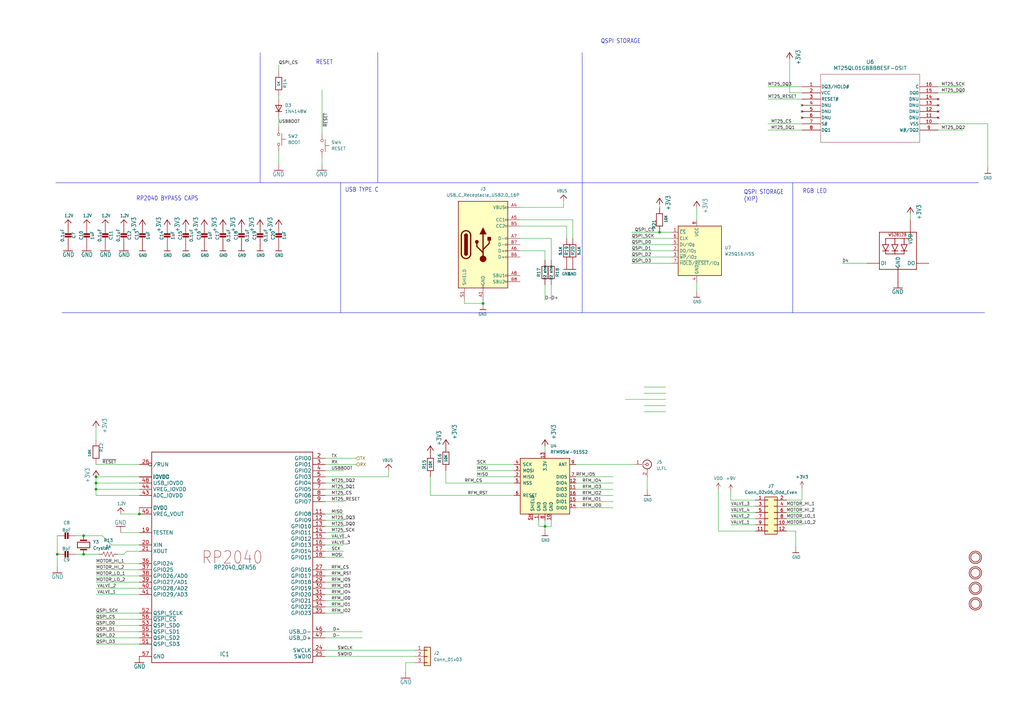
<source format=kicad_sch>
(kicad_sch (version 20250114) (generator "eeschema") (generator_version "9.0")
  (paper "A3")
  (bus_alias "QSPI" (members "d0" "d1" "d2" "d3" "sck" "cs" "cs2"))
  (text "RGB LED" (at 329.184 79.502 0) (effects (font (size 1.778 1.5113)) (justify left bottom)))
  (text "QSPI STORAGE" (at 246.38 18.034 0) (effects (font (size 1.778 1.5113)) (justify left bottom)))
  (text "USB TYPE C" (at 141.478 78.994 0) (effects (font (size 1.778 1.5113)) (justify left bottom)))
  (text "RESET" (at 129.54 26.67 0) (effects (font (size 1.778 1.5113)) (justify left bottom)))
  (text "QSPI STORAGE\n(XIP)" (at 305.054 82.804 0) (effects (font (size 1.778 1.5113)) (justify left bottom)))
  (text "RP2040 BYPASS CAPS" (at 55.88 82.55 0) (effects (font (size 1.778 1.5113)) (justify left bottom)))
  (junction (at 39.37 200.66))
  (junction (at 57.15 210.82))
  (junction (at 23.495 227.33))
  (junction (at 39.37 198.12))
  (junction (at 34.29 219.71))
  (junction (at 39.37 195.58))
  (junction (at 223.52 215.9))
  (junction (at 270.51 95.25))
  (junction (at 34.29 227.33))
  (junction (at 198.12 124.46))
  (wire (pts (xy 259.08 102.87) (xy 275.59 102.87)))
  (wire (pts (xy 57.15 218.44) (xy 49.53 218.44)) (stroke (width 0.1524)))
  (wire (pts (xy 223.52 102.87) (xy 223.52 106.68)))
  (wire (pts (xy 133.35 187.96) (xy 146.05 187.96)) (stroke (width 0.1524)))
  (wire (pts (xy 133.35 193.04) (xy 140.97 193.04)) (stroke (width 0.1524)))
  (wire (pts (xy 140.97 246.38) (xy 133.35 246.38)) (stroke (width 0.1524)))
  (wire (pts (xy 210.82 195.58) (xy 195.58 195.58)) (stroke (width 0.1524)))
  (wire (pts (xy 57.15 233.68) (xy 39.37 233.68)) (stroke (width 0.1524)))
  (wire (pts (xy 176.53 203.2) (xy 210.82 203.2)) (stroke (width 0.1524)))
  (wire (pts (xy 133.35 210.82) (xy 140.97 210.82)) (stroke (width 0.1524)))
  (wire (pts (xy 49.53 210.82) (xy 57.15 210.82)) (stroke (width 0.1524)))
  (wire (pts (xy 223.52 213.36) (xy 223.52 215.9)))
  (wire (pts (xy 251.46 200.66) (xy 236.22 200.66)) (stroke (width 0.1524)))
  (wire (pts (xy 146.05 190.5) (xy 133.35 190.5)) (stroke (width 0.1524)))
  (wire (pts (xy 323.85 38.1) (xy 328.93 38.1)))
  (wire (pts (xy 226.06 97.79) (xy 226.06 106.68)))
  (wire (pts (xy 132.08 36.83) (xy 132.08 54.61)))
  (wire (pts (xy 322.58 205.105) (xy 328.93 205.105)))
  (wire (pts (xy 259.08 105.41) (xy 275.59 105.41)))
  (wire (pts (xy 133.35 226.06) (xy 140.97 226.06)) (stroke (width 0.1524)))
  (wire (pts (xy 133.35 195.58) (xy 159.385 195.58)))
  (wire (pts (xy 223.52 116.84) (xy 223.52 123.19)))
  (wire (pts (xy 166.37 271.78) (xy 170.18 271.78)))
  (wire (pts (xy 133.35 266.7) (xy 170.18 266.7)) (stroke (width 0.1524)))
  (wire (pts (xy 31.115 219.71) (xy 32.385 219.71)) (stroke (width 0.1524)))
  (wire (pts (xy 314.96 53.34) (xy 328.93 53.34)))
  (polyline (pts (xy 22.86 74.93) (xy 106.68 74.93)) (stroke (width 0.1524) (type solid)))
  (polyline (pts (xy 325.12 128.27) (xy 403.86 128.27)) (stroke (width 0.1524) (type solid)))
  (wire (pts (xy 23.495 232.41) (xy 23.495 227.33)) (stroke (width 0.1524)))
  (wire (pts (xy 57.15 254) (xy 39.37 254)) (stroke (width 0.1524)))
  (wire (pts (xy 234.95 90.17) (xy 234.95 97.79)))
  (wire (pts (xy 133.35 205.74) (xy 140.97 205.74)) (stroke (width 0.1524)))
  (wire (pts (xy 223.52 182.88) (xy 223.52 185.42)))
  (polyline (pts (xy 154.94 74.93) (xy 154.94 21.59)) (stroke (width 0.1524) (type solid)))
  (polyline (pts (xy 238.76 74.93) (xy 154.94 74.93)) (stroke (width 0.1524) (type solid)))
  (wire (pts (xy 57.15 200.66) (xy 39.37 200.66)) (stroke (width 0.1524)))
  (wire (pts (xy 52.07 226.06) (xy 57.15 226.06)))
  (wire (pts (xy 39.37 175.26) (xy 39.37 180.34)) (stroke (width 0.1524)))
  (wire (pts (xy 31.115 227.33) (xy 32.385 227.33)) (stroke (width 0.1524)))
  (wire (pts (xy 323.85 24.13) (xy 323.85 38.1)))
  (wire (pts (xy 132.08 67.31) (xy 132.08 64.77)) (stroke (width 0.1524)))
  (wire (pts (xy 270.51 83.82) (xy 270.51 85.09)) (stroke (width 0.1524)))
  (wire (pts (xy 328.93 200.025) (xy 328.93 205.105)))
  (wire (pts (xy 23.495 219.71) (xy 23.495 227.33)) (stroke (width 0.1524)))
  (wire (pts (xy 39.37 238.76) (xy 57.15 238.76)) (stroke (width 0.1524)))
  (wire (pts (xy 232.41 92.71) (xy 232.41 97.79)))
  (wire (pts (xy 39.37 231.14) (xy 57.15 231.14)) (stroke (width 0.1524)))
  (wire (pts (xy 39.37 198.12) (xy 39.37 195.58)) (stroke (width 0.1524)))
  (wire (pts (xy 198.12 123.19) (xy 198.12 124.46)))
  (wire (pts (xy 133.35 269.24) (xy 170.18 269.24)) (stroke (width 0.1524)))
  (wire (pts (xy 213.36 102.87) (xy 223.52 102.87)))
  (wire (pts (xy 57.15 195.58) (xy 39.37 195.58)) (stroke (width 0.1524)))
  (wire (pts (xy 39.37 203.2) (xy 39.37 200.66)) (stroke (width 0.1524)))
  (wire (pts (xy 114.3 39.37) (xy 114.3 40.64)))
  (wire (pts (xy 57.15 203.2) (xy 39.37 203.2)) (stroke (width 0.1524)))
  (wire (pts (xy 322.58 210.185) (xy 328.93 210.185)))
  (wire (pts (xy 57.15 198.12) (xy 39.37 198.12)) (stroke (width 0.1524)))
  (wire (pts (xy 34.29 227.33) (xy 40.64 227.33)))
  (wire (pts (xy 195.58 190.5) (xy 210.82 190.5)) (stroke (width 0.1524)))
  (wire (pts (xy 226.06 116.84) (xy 226.06 123.19)))
  (wire (pts (xy 264.16 168.91) (xy 273.05 168.91)) (stroke (width 0.1524)))
  (wire (pts (xy 259.08 97.79) (xy 275.59 97.79)))
  (wire (pts (xy 57.15 190.5) (xy 39.37 190.5)) (stroke (width 0.1524)))
  (wire (pts (xy 384.81 53.34) (xy 394.97 53.34)))
  (wire (pts (xy 213.36 92.71) (xy 232.41 92.71)))
  (wire (pts (xy 251.46 203.2) (xy 236.22 203.2)) (stroke (width 0.1524)))
  (wire (pts (xy 57.15 251.46) (xy 39.37 251.46)) (stroke (width 0.1524)))
  (wire (pts (xy 299.72 201.295) (xy 299.72 205.105)))
  (wire (pts (xy 314.96 40.64) (xy 328.93 40.64)))
  (polyline (pts (xy 401.32 74.93) (xy 325.12 74.93)) (stroke (width 0.1524) (type solid)))
  (wire (pts (xy 231.14 82.55) (xy 231.14 85.09)))
  (wire (pts (xy 133.35 203.2) (xy 140.97 203.2)) (stroke (width 0.1524)))
  (wire (pts (xy 213.36 90.17) (xy 234.95 90.17)))
  (polyline (pts (xy 325.12 74.93) (xy 238.76 74.93)) (stroke (width 0.1524) (type solid)))
  (wire (pts (xy 48.26 227.33) (xy 50.8 227.33)))
  (wire (pts (xy 256.54 163.83) (xy 273.05 163.83)))
  (wire (pts (xy 133.35 213.36) (xy 140.97 213.36)) (stroke (width 0.1524)))
  (wire (pts (xy 314.96 50.8) (xy 328.93 50.8)))
  (wire (pts (xy 220.98 215.9) (xy 223.52 215.9)))
  (wire (pts (xy 114.3 29.21) (xy 114.3 26.67)) (stroke (width 0.1524)))
  (wire (pts (xy 299.72 210.185) (xy 309.88 210.185)))
  (wire (pts (xy 195.58 193.04) (xy 210.82 193.04)) (stroke (width 0.1524)))
  (wire (pts (xy 405.13 50.8) (xy 405.13 68.58)))
  (wire (pts (xy 133.35 198.12) (xy 140.97 198.12)))
  (wire (pts (xy 39.37 259.08) (xy 57.15 259.08)) (stroke (width 0.1524)))
  (wire (pts (xy 384.81 38.1) (xy 394.97 38.1)))
  (wire (pts (xy 114.3 48.26) (xy 114.3 52.07)))
  (wire (pts (xy 133.35 259.08) (xy 148.59 259.08)) (stroke (width 0.1524)))
  (wire (pts (xy 133.35 218.44) (xy 140.97 218.44)) (stroke (width 0.1524)))
  (wire (pts (xy 326.39 217.805) (xy 326.39 224.155)))
  (wire (pts (xy 39.37 200.66) (xy 39.37 198.12)) (stroke (width 0.1524)))
  (wire (pts (xy 314.96 35.56) (xy 328.93 35.56)))
  (wire (pts (xy 32.385 219.71) (xy 34.29 219.71)))
  (wire (pts (xy 384.81 35.56) (xy 394.97 35.56)))
  (wire (pts (xy 32.385 227.33) (xy 34.29 227.33)))
  (wire (pts (xy 133.35 200.66) (xy 140.97 200.66)) (stroke (width 0.1524)))
  (polyline (pts (xy 106.68 74.93) (xy 106.68 21.59)) (stroke (width 0.1524) (type solid)))
  (wire (pts (xy 133.35 233.68) (xy 140.97 233.68)) (stroke (width 0.1524)))
  (wire (pts (xy 140.97 241.3) (xy 133.35 241.3)) (stroke (width 0.1524)))
  (wire (pts (xy 39.37 256.54) (xy 57.15 256.54)) (stroke (width 0.1524)))
  (wire (pts (xy 57.15 208.28) (xy 57.15 210.82)) (stroke (width 0.1524)))
  (wire (pts (xy 50.8 227.33) (xy 52.07 226.06)))
  (wire (pts (xy 133.35 215.9) (xy 140.97 215.9)) (stroke (width 0.1524)))
  (polyline (pts (xy 139.7 74.93) (xy 106.68 74.93)) (stroke (width 0.1524) (type solid)))
  (wire (pts (xy 299.72 212.725) (xy 309.88 212.725)))
  (wire (pts (xy 39.37 243.84) (xy 57.15 243.84)) (stroke (width 0.1524)))
  (wire (pts (xy 270.51 95.25) (xy 275.59 95.25)))
  (wire (pts (xy 166.37 271.78) (xy 166.37 275.59)))
  (wire (pts (xy 190.5 124.46) (xy 198.12 124.46)))
  (polyline (pts (xy 325.12 128.27) (xy 325.12 74.93)) (stroke (width 0.1524) (type solid)))
  (wire (pts (xy 322.58 217.805) (xy 326.39 217.805)))
  (polyline (pts (xy 139.7 128.27) (xy 139.7 74.93)) (stroke (width 0.1524) (type solid)))
  (wire (pts (xy 322.58 212.725) (xy 328.93 212.725)))
  (wire (pts (xy 265.43 195.58) (xy 265.43 200.66)) (stroke (width 0.1524)))
  (wire (pts (xy 322.58 215.265) (xy 328.93 215.265)))
  (wire (pts (xy 182.88 198.12) (xy 182.88 193.04)) (stroke (width 0.1524)))
  (wire (pts (xy 299.72 205.105) (xy 309.88 205.105)))
  (wire (pts (xy 373.38 90.17) (xy 373.38 87.63)) (stroke (width 0.1524)))
  (wire (pts (xy 273.05 166.37) (xy 264.16 166.37)) (stroke (width 0.1524)))
  (wire (pts (xy 133.35 223.52) (xy 140.97 223.52)))
  (wire (pts (xy 294.64 200.66) (xy 294.64 217.805)))
  (wire (pts (xy 140.97 251.46) (xy 133.35 251.46)) (stroke (width 0.1524)))
  (wire (pts (xy 133.35 243.84) (xy 140.97 243.84)) (stroke (width 0.1524)))
  (wire (pts (xy 57.15 241.3) (xy 39.37 241.3)) (stroke (width 0.1524)))
  (wire (pts (xy 259.08 95.25) (xy 270.51 95.25)))
  (wire (pts (xy 176.53 203.2) (xy 176.53 195.58)) (stroke (width 0.1524)))
  (wire (pts (xy 223.52 215.9) (xy 223.52 217.17)))
  (wire (pts (xy 133.35 261.62) (xy 148.59 261.62)) (stroke (width 0.1524)))
  (wire (pts (xy 285.75 85.09) (xy 285.75 90.17)) (stroke (width 0.1524)))
  (wire (pts (xy 322.58 207.645) (xy 328.93 207.645)))
  (wire (pts (xy 133.35 238.76) (xy 140.97 238.76)) (stroke (width 0.1524)))
  (wire (pts (xy 236.22 198.12) (xy 251.46 198.12)) (stroke (width 0.1524)))
  (wire (pts (xy 251.46 208.28) (xy 236.22 208.28)) (stroke (width 0.1524)))
  (polyline (pts (xy 25.4 128.27) (xy 238.76 128.27)) (stroke (width 0.1524) (type solid)))
  (wire (pts (xy 355.6 107.95) (xy 345.44 107.95)) (stroke (width 0.1524)))
  (wire (pts (xy 226.06 213.36) (xy 226.06 215.9)))
  (wire (pts (xy 285.75 115.57) (xy 285.75 119.38)))
  (wire (pts (xy 190.5 123.19) (xy 190.5 124.46)))
  (polyline (pts (xy 238.76 74.93) (xy 238.76 21.59)) (stroke (width 0.1524) (type solid)))
  (wire (pts (xy 251.46 205.74) (xy 236.22 205.74)) (stroke (width 0.1524)))
  (wire (pts (xy 45.72 223.52) (xy 41.91 219.71)))
  (wire (pts (xy 114.3 62.23) (xy 114.3 67.31)) (stroke (width 0.1524)))
  (wire (pts (xy 159.385 193.04) (xy 159.385 195.58)))
  (wire (pts (xy 133.35 228.6) (xy 140.97 228.6)) (stroke (width 0.1524)))
  (wire (pts (xy 45.72 223.52) (xy 57.15 223.52)))
  (wire (pts (xy 294.64 217.805) (xy 309.88 217.805)))
  (polyline (pts (xy 238.76 128.27) (xy 238.76 74.93)) (stroke (width 0.1524) (type solid)))
  (wire (pts (xy 213.36 85.09) (xy 231.14 85.09)))
  (wire (pts (xy 140.97 236.22) (xy 133.35 236.22)) (stroke (width 0.1524)))
  (wire (pts (xy 39.37 261.62) (xy 57.15 261.62)) (stroke (width 0.1524)))
  (wire (pts (xy 259.08 107.95) (xy 275.59 107.95)))
  (polyline (pts (xy 154.94 74.93) (xy 139.7 74.93)) (stroke (width 0.1524) (type solid)))
  (wire (pts (xy 251.46 195.58) (xy 236.22 195.58)) (stroke (width 0.1524)))
  (wire (pts (xy 223.52 215.9) (xy 226.06 215.9)))
  (wire (pts (xy 299.72 215.265) (xy 309.88 215.265)))
  (wire (pts (xy 273.05 161.29) (xy 264.16 161.29)) (stroke (width 0.1524)))
  (wire (pts (xy 259.08 100.33) (xy 275.59 100.33)))
  (wire (pts (xy 299.72 207.645) (xy 309.88 207.645)))
  (wire (pts (xy 133.35 220.98) (xy 140.97 220.98)))
  (wire (pts (xy 213.36 97.79) (xy 226.06 97.79)))
  (wire (pts (xy 57.15 236.22) (xy 39.37 236.22)) (stroke (width 0.1524)))
  (wire (pts (xy 133.35 248.92) (xy 140.97 248.92)) (stroke (width 0.1524)))
  (wire (pts (xy 220.98 213.36) (xy 220.98 215.9)))
  (wire (pts (xy 182.88 198.12) (xy 210.82 198.12)) (stroke (width 0.1524)))
  (wire (pts (xy 384.81 50.8) (xy 405.13 50.8)))
  (wire (pts (xy 34.29 219.71) (xy 41.91 219.71)))
  (wire (pts (xy 264.16 158.75) (xy 273.05 158.75)) (stroke (width 0.1524)))
  (polyline (pts (xy 238.76 128.27) (xy 325.12 128.27)) (stroke (width 0.1524) (type solid)))
  (wire (pts (xy 39.37 264.16) (xy 57.15 264.16)))
  (wire (pts (xy 236.22 190.5) (xy 260.35 190.5)))
  (label "QSPI_CS" (at 39.37 254 0) (effects (font (size 1.2446 1.2446))))
  (label "USBBOOT" (at 135.89 193.04 0) (effects (font (size 1.2446 1.2446))))
  (label "QSPI_D1" (at 39.37 259.08 0) (effects (font (size 1.2446 1.2446))))
  (label "SCK" (at 135.89 226.06 0) (effects (font (size 1.2446 1.2446))))
  (label "RFM_IO3" (at 238.76 200.66 0) (effects (font (size 1.2446 1.2446))))
  (label "RFM_IO5" (at 236.22 195.58 0) (effects (font (size 1.2446 1.2446))))
  (label "QSPI_CS" (at 114.3 26.67 0) (effects (font (size 1.2446 1.2446))))
  (label "RFM_CS" (at 135.89 233.68 0) (effects (font (size 1.2446 1.2446))))
  (label "RFM_IO4" (at 135.89 243.84 0) (effects (font (size 1.2446 1.2446))))
  (label "MOTOR_LO_1" (at 39.37 236.22 0))
  (label "RFM_IO0" (at 238.76 208.28 0) (effects (font (size 1.2446 1.2446))))
  (label "MT25_DQ0" (at 386.08 38.1 0))
  (label "MT25_DQ2" (at 386.08 53.34 0))
  (label "TX" (at 135.89 187.96 0) (effects (font (size 1.2446 1.2446))))
  (label "MOTOR_LO_1" (at 322.58 212.725 0))
  (label "MOSI" (at 195.58 193.04 0) (effects (font (size 1.2446 1.2446))))
  (label "VALVE_1" (at 299.72 215.265 0))
  (label "RFM_CS" (at 190.5 198.12 0) (effects (font (size 1.2446 1.2446))))
  (label "MOTOR_LO_2" (at 39.37 238.76 0))
  (label "VALVE_2" (at 47.625 241.3 180))
  (label "SWCLK" (at 138.43 266.7 0) (effects (font (size 1.2446 1.2446))))
  (label "MT25_CS" (at 135.89 203.2 0))
  (label "RFM_RST" (at 191.77 203.2 0) (effects (font (size 1.2446 1.2446))))
  (label "RFM_RST" (at 135.89 236.22 0) (effects (font (size 1.2446 1.2446))))
  (label "RFM_IO1" (at 135.89 248.92 0) (effects (font (size 1.2446 1.2446))))
  (label "USBBOOT" (at 114.3 50.8 0) (effects (font (size 1.2446 1.2446))))
  (label "MT25_DQ3" (at 135.89 213.36 0))
  (label "QSPI_D0" (at 39.37 256.54 0) (effects (font (size 1.2446 1.2446))))
  (label "MT25_DQ0" (at 135.89 215.9 0))
  (label "MOSI" (at 135.89 228.6 0) (effects (font (size 1.2446 1.2446))))
  (label "D-" (at 223.52 123.19 0))
  (label "QSPI_SCK" (at 259.08 97.79 0))
  (label "D-" (at 136.525 261.62 0) (effects (font (size 1.2446 1.2446))))
  (label "SCK" (at 195.58 190.5 0) (effects (font (size 1.2446 1.2446))))
  (label "RFM_IO1" (at 238.76 205.74 0) (effects (font (size 1.2446 1.2446))))
  (label "MOTOR_HI_2" (at 322.58 210.185 0))
  (label "QSPI_D0" (at 259.08 100.33 0))
  (label "RFM_IO4" (at 238.76 198.12 0) (effects (font (size 1.2446 1.2446))))
  (label "MT25_DQ2" (at 135.89 198.12 0))
  (label "~{RESET}" (at 134.62 52.07 90) (effects (font (size 1.2446 1.2446))))
  (label "QSPI_D1" (at 259.08 102.87 0))
  (label "VALVE_1" (at 47.625 243.84 180))
  (label "VALVE_4" (at 135.89 220.98 0))
  (label "RFM_IO2" (at 135.89 251.46 0) (effects (font (size 1.2446 1.2446))))
  (label "MT25_SCK" (at 386.08 35.56 0))
  (label "MT25_DQ3" (at 314.96 35.56 0))
  (label "VALVE_3" (at 299.72 207.645 0))
  (label "QSPI_D3" (at 259.08 107.95 0))
  (label "MT25_DQ1" (at 316.23 53.34 0))
  (label "RFM_IO0" (at 135.89 246.38 0) (effects (font (size 1.2446 1.2446))))
  (label "RFM_IO3" (at 135.89 241.3 0) (effects (font (size 1.2446 1.2446))))
  (label "MISO" (at 195.58 195.58 0) (effects (font (size 1.2446 1.2446))))
  (label "VALVE_3" (at 135.89 223.52 0))
  (label "MT25_SCK" (at 135.89 218.44 0))
  (label "MT25_CS" (at 316.23 50.8 0))
  (label "QSPI_D2" (at 259.08 105.41 0))
  (label "QSPI_CS" (at 260.35 95.25 0))
  (label "D4" (at 345.44 107.95 0) (effects (font (size 1.2446 1.2446))))
  (label "~{RESET}" (at 41.91 190.5 0) (effects (font (size 1.2446 1.2446))))
  (label "RFM_IO5" (at 135.89 238.76 0) (effects (font (size 1.2446 1.2446))))
  (label "RX" (at 135.89 190.5 0) (effects (font (size 1.2446 1.2446))))
  (label "MOTOR_HI_1" (at 322.58 207.645 0))
  (label "D+" (at 136.525 259.08 0) (effects (font (size 1.2446 1.2446))))
  (label "MT25_RESET" (at 314.96 40.64 0))
  (label "MT25_DQ1" (at 135.89 200.66 0))
  (label "MOTOR_LO_2" (at 322.58 215.265 0))
  (label "MISO" (at 135.89 210.82 0) (effects (font (size 1.2446 1.2446))))
  (label "MOTOR_HI_2" (at 39.37 233.68 0))
  (label "SWDIO" (at 138.43 269.24 0) (effects (font (size 1.2446 1.2446))))
  (label "VALVE_2" (at 299.72 212.725 0))
  (label "VALVE_4" (at 299.72 210.185 0))
  (label "MT25_RESET" (at 135.89 205.74 0))
  (label "D+" (at 226.06 123.19 0))
  (label "QSPI_D2" (at 39.37 261.62 0) (effects (font (size 1.2446 1.2446))))
  (label "MOTOR_HI_1" (at 39.37 231.14 0))
  (label "QSPI_D3" (at 39.37 264.16 0) (effects (font (size 1.2446 1.2446))))
  (label "RFM_IO2" (at 238.76 203.2 0) (effects (font (size 1.2446 1.2446))))
  (label "QSPI_SCK" (at 39.37 251.46 0) (effects (font (size 1.2446 1.2446))))
  (hierarchical_label "RX" (shape input) (at 146.05 190.5 0))
  (hierarchical_label "TX" (shape input) (at 146.05 187.96 0))
  (symbol (lib_id "Switch:SW_Push") (at 132.08 59.69 270) (unit 1)
    (property "Reference" "SW4" (at 135.89 58.4199 90) (effects (justify left)))
    (property "Value" "RESET" (at 135.89 60.9599 90) (effects (justify left)))
    (property "Footprint" "Button_Switch_SMD:SW_SPST_EVQP2_MiddlePushTravel_H2.5mm" (effects (hide yes)))
    (property "Description" "Push button switch, generic, two pins" (effects (hide yes)))
  )
  (symbol (lib_id "Connector_Generic:Conn_02x06_Odd_Even") (at 314.96 210.185 0) (unit 1)
    (property "Reference" "J7" (at 316.23 199.39 0))
    (property "Value" "Conn_02x06_Odd_Even" (at 316.23 201.93 0))
    (property "Footprint" "Connector_PinHeader_2.54mm:PinHeader_2x06_P2.54mm_Vertical" (effects (hide yes)))
    (property "Description" "Generic connector, double row, 02x06, odd/even pin numbering scheme (row 1 odd numbers, row 2 even numbers), script generated (kicad-library-utils/schlib/autogen/connector/)" (effects (hide yes)))
  )
  (symbol (lib_id "Adafruit Feather RP2040 RFM-eagle-import:CAP_CERAMIC_0402NO") (at 28.575 219.71 90) (unit 1)
    (property "Reference" "C8" (at 27.325 214.38 90))
    (property "Value" "8pF" (at 27.325 217.41 90))
    (property "Footprint" "Capacitor_SMD:C_0805_2012Metric" (effects (hide yes)))
  )
  (symbol (lib_id "Adafruit Feather RP2040 RFM-eagle-import:GND") (at 265.43 203.2 0) (unit 1)
    (property "Reference" "#U$030" (effects (hide yes)))
    (property "Value" "GND" (at 263.906 205.74 0) (effects (font (size 1.27 1.0795)) (justify left bottom)))
  )
  (symbol (lib_id "Adafruit Feather RP2040 RFM-eagle-import:RESISTOR_0402NO") (at 223.52 111.76 90) (mirror x) (unit 1)
    (property "Reference" "R17" (at 220.98 111.76 0))
    (property "Value" "22 ohm" (at 223.52 111.76 0) (effects (font (size 1.016 1.016) (thickness 0.2032) (bold yes))))
    (property "Footprint" "Resistor_SMD:R_0805_2012Metric" (effects (hide yes)))
  )
  (symbol (lib_id "Connector:Conn_Coaxial") (at 265.43 190.5 0) (unit 1)
    (property "Reference" "J5" (at 269.24 189.5231 0) (effects (justify left)))
    (property "Value" "U.FL" (at 269.24 192.0631 0) (effects (justify left)))
    (property "Footprint" "Connector_Coaxial:U.FL_Molex_MCRF_73412-0110_Vertical" (effects (hide yes)))
    (property "Description" "coaxial connector (BNC, SMA, SMB, SMC, Cinch/RCA, LEMO, ...)" (effects (hide yes)))
  )
  (symbol (lib_id "Adafruit Feather RP2040 RFM-eagle-import:WS2812B_SK6805_1515") (at 368.3 105.41 0) (unit 1)
    (property "Reference" "LED1" (effects (hide yes)))
    (property "Value" "WS2812B_SK6805_1515" (effects (hide yes)))
    (property "Footprint" "LED_SMD:LED_WS2812B-2020_PLCC4_2.0x2.0mm" (effects (hide yes)))
  )
  (symbol (lib_id "Adafruit Feather RP2040 RFM-eagle-import:+3V3") (at 373.38 85.09 0) (mirror y) (unit 1)
    (property "Reference" "#+3V017" (effects (hide yes)))
    (property "Value" "+3V3" (at 375.92 90.17 90) (effects (font (size 1.778 1.5113)) (justify left bottom)))
  )
  (symbol (lib_id "Adafruit Feather RP2040 RFM-eagle-import:CAP_CERAMIC_0402NO") (at 58.42 97.79 0) (unit 1)
    (property "Reference" "C13" (at 56.13 96.54 90))
    (property "Value" "1uF" (at 60.72 96.54 90))
    (property "Footprint" "Capacitor_SMD:C_0805_2012Metric" (effects (hide yes)))
  )
  (symbol (lib_id "Adafruit Feather RP2040 RFM-eagle-import:GND") (at 285.75 121.92 0) (unit 1)
    (property "Reference" "#U$031" (effects (hide yes)))
    (property "Value" "GND" (at 284.226 124.46 0) (effects (font (size 1.27 1.0795)) (justify left bottom)))
  )
  (symbol (lib_id "Adafruit Feather RP2040 RFM-eagle-import:RESISTOR_0402NO") (at 114.3 34.29 270) (unit 1)
    (property "Reference" "R14" (at 116.84 34.29 0))
    (property "Value" "1K" (at 114.3 34.29 0) (effects (font (size 1.016 1.016) (thickness 0.2032) (bold yes))))
    (property "Footprint" "Resistor_SMD:R_0805_2012Metric" (effects (hide yes)))
  )
  (symbol (lib_id "Connector_Generic:Conn_01x03") (at 175.26 269.24 0) (unit 1)
    (property "Reference" "J2" (at 177.8 267.9699 0) (effects (justify left)))
    (property "Value" "Conn_01x03" (at 177.8 270.5099 0) (effects (justify left)))
    (property "Footprint" "Connector_PinHeader_2.54mm:PinHeader_1x03_P2.54mm_Vertical" (effects (hide yes)))
    (property "Description" "Generic connector, single row, 01x03, script generated (kicad-library-utils/schlib/autogen/connector/)" (effects (hide yes)))
  )
  (symbol (lib_id "Adafruit Feather RP2040 RFM-eagle-import:1.2V") (at 50.8 90.17 0) (unit 1)
    (property "Reference" "#U$015" (effects (hide yes)))
    (property "Value" "1.2V" (at 49.276 89.154 0) (effects (font (size 1.27 1.0795)) (justify left bottom)))
  )
  (symbol (lib_id "Adafruit Feather RP2040 RFM-eagle-import:supply1_371_GND") (at 132.08 69.85 0) (unit 1)
    (property "Reference" "#GND09" (effects (hide yes)))
    (property "Value" "GND" (at 129.54 72.39 0) (effects (font (size 1.778 1.5113)) (justify left bottom)))
  )
  (symbol (lib_id "Diode:1N4148W") (at 114.3 44.45 90) (unit 1)
    (property "Reference" "D3" (at 116.84 43.1799 90) (effects (justify right)))
    (property "Value" "1N4148W" (at 116.84 45.7199 90) (effects (justify right)))
    (property "Footprint" "Diode_SMD:D_SOD-123" (effects (hide yes)))
    (property "Datasheet" "https://www.vishay.com/docs/85748/1n4148w.pdf" (effects (hide yes)))
    (property "Description" "75V 0.15A Fast Switching Diode, SOD-123" (effects (hide yes)))
    (property "Sim.Device" "D" (effects (hide yes)))
    (property "Sim.Pins" "1=K 2=A" (effects (hide yes)))
  )
  (symbol (lib_id "Adafruit Feather RP2040 RFM-eagle-import:CAP_CERAMIC_0402NO") (at 43.18 95.25 180) (unit 1)
    (property "Reference" "C11" (at 45.47 96.5 90))
    (property "Value" "0.1uF" (at 40.88 96.5 90))
    (property "Footprint" "Capacitor_SMD:C_0805_2012Metric" (effects (hide yes)))
  )
  (symbol (lib_id "Adafruit Feather RP2040 RFM-eagle-import:GND") (at 91.44 102.87 0) (unit 1)
    (property "Reference" "#U$020" (effects (hide yes)))
    (property "Value" "GND" (at 89.916 105.41 0) (effects (font (size 1.27 1.0795)) (justify left bottom)))
  )
  (symbol (lib_id "Adafruit Feather RP2040 RFM-eagle-import:supply1_371_GND") (at 35.56 102.87 0) (mirror y) (unit 1)
    (property "Reference" "#GND03" (effects (hide yes)))
    (property "Value" "GND" (at 38.1 105.41 0) (effects (font (size 1.778 1.5113)) (justify left bottom)))
  )
  (symbol (lib_id "Adafruit Feather RP2040 RFM-eagle-import:CAP_CERAMIC_0402NO") (at 99.06 97.79 0) (unit 1)
    (property "Reference" "C18" (at 96.77 96.54 90))
    (property "Value" "0.1uF" (at 101.36 96.54 90))
    (property "Footprint" "Capacitor_SMD:C_0805_2012Metric" (effects (hide yes)))
  )
  (symbol (lib_id "Adafruit Feather RP2040 RFM-eagle-import:MOUNTINGHOLE2.5") (at 400.05 234.95 0) (unit 1)
    (property "Reference" "U$2" (effects (hide yes)))
    (property "Value" "MOUNTINGHOLE2.5" (effects (hide yes)))
    (property "Footprint" "MountingHole:MountingHole_2.5mm_Pad" (effects (hide yes)))
  )
  (symbol (lib_id "Adafruit Feather RP2040 RFM-eagle-import:supply1_371_GND") (at 23.495 234.95 0) (mirror y) (unit 1)
    (property "Reference" "#GND02" (effects (hide yes)))
    (property "Value" "GND" (at 26.035 237.49 0) (effects (font (size 1.778 1.5113)) (justify left bottom)))
  )
  (symbol (lib_id "Adafruit Feather RP2040 RFM-eagle-import:VBUS") (at 231.14 80.01 0) (mirror y) (unit 1)
    (property "Reference" "#U$027" (effects (hide yes)))
    (property "Value" "VBUS" (at 232.664 78.994 0) (effects (font (size 1.27 1.0795)) (justify left bottom)))
  )
  (symbol (lib_id "Adafruit Feather RP2040 RFM-eagle-import:RESISTOR_0402NO") (at 232.41 102.87 270) (mirror x) (unit 1)
    (property "Reference" "R19" (at 232.41 102.87 0))
    (property "Value" "5.1K" (at 229.87 102.87 0) (effects (font (size 1.016 1.016) (thickness 0.2032) (bold yes))))
    (property "Footprint" "Resistor_SMD:R_0805_2012Metric" (effects (hide yes)))
  )
  (symbol (lib_id "Adafruit Feather RP2040 RFM-eagle-import:CAP_CERAMIC_0402NO") (at 114.3 97.79 0) (unit 1)
    (property "Reference" "C20" (at 112.01 96.54 90))
    (property "Value" "1uF" (at 116.6 96.54 90))
    (property "Footprint" "Capacitor_SMD:C_0805_2012Metric" (effects (hide yes)))
  )
  (symbol (lib_id "Adafruit Feather RP2040 RFM-eagle-import:supply1_371_GND") (at 166.37 278.13 0) (mirror y) (unit 1)
    (property "Reference" "#GND010" (effects (hide yes)))
    (property "Value" "GND" (at 168.91 280.67 0) (effects (font (size 1.778 1.5113)) (justify left bottom)))
  )
  (symbol (lib_id "Adafruit Feather RP2040 RFM-eagle-import:+3V3") (at 76.2 90.17 0) (unit 1)
    (property "Reference" "#+3V05" (effects (hide yes)))
    (property "Value" "+3V3" (at 73.66 95.25 90) (effects (font (size 1.778 1.5113)) (justify left bottom)))
  )
  (symbol (lib_id "RF_Module:RFM95W-915S2") (at 223.52 198.12 0) (unit 1)
    (property "Reference" "U4" (at 225.6633 182.88 0) (effects (justify left)))
    (property "Value" "RFM95W-915S2" (at 225.6633 185.42 0) (effects (justify left)))
    (property "Footprint" "RF_Module:HOPERF_RFM9XW_SMD" (effects (hide yes)))
    (property "Datasheet" "https://www.hoperf.com/data/upload/portal/20181127/5bfcbea20e9ef.pdf" (effects (hide yes)))
    (property "Description" "Low power long range transceiver module, SPI and parallel interface, 915 MHz, spreading factor 6 to12, bandwidth 7.8 to 500kHz, -111 to -148 dBm, SMD-16, DIP-16" (effects (hide yes)))
  )
  (symbol (lib_id "Adafruit Feather RP2040 RFM-eagle-import:1.2V") (at 43.18 90.17 0) (unit 1)
    (property "Reference" "#U$013" (effects (hide yes)))
    (property "Value" "1.2V" (at 41.656 89.154 0) (effects (font (size 1.27 1.0795)) (justify left bottom)))
  )
  (symbol (lib_id "Adafruit Feather RP2040 RFM-eagle-import:+3V3") (at 270.51 81.28 0) (mirror y) (unit 1)
    (property "Reference" "#+3V014" (effects (hide yes)))
    (property "Value" "+3V3" (at 273.05 86.36 90) (effects (font (size 1.778 1.5113)) (justify left bottom)))
  )
  (symbol (lib_id "Memory_Flash:W25Q16JVSS") (at 285.75 102.87 0) (unit 1)
    (property "Reference" "U7" (at 297.18 101.5999 0) (effects (justify left)))
    (property "Value" "W25Q16JVSS" (at 297.18 104.1399 0) (effects (justify left)))
    (property "Footprint" "Package_SO:SOIC-8_5.3x5.3mm_P1.27mm" (effects (hide yes)))
    (property "Datasheet" "https://www.winbond.com/hq/support/documentation/levelOne.jsp?__locale=en&DocNo=DA00-W25Q16JV.1" (effects (hide yes)))
    (property "Description" "16Mbit / 2MiB Serial Flash Memory, Standard/Dual/Quad SPI, 2.7-3.6V, SOIC-8 (208 mil)" (effects (hide yes)))
  )
  (symbol (lib_id "Adafruit Feather RP2040 RFM-eagle-import:+3V3") (at 99.06 90.17 0) (unit 1)
    (property "Reference" "#+3V08" (effects (hide yes)))
    (property "Value" "+3V3" (at 96.52 95.25 90) (effects (font (size 1.778 1.5113)) (justify left bottom)))
  )
  (symbol (lib_id "Adafruit Feather RP2040 RFM-eagle-import:supply1_371_GND") (at 43.18 102.87 0) (mirror y) (unit 1)
    (property "Reference" "#GND04" (effects (hide yes)))
    (property "Value" "GND" (at 45.72 105.41 0) (effects (font (size 1.778 1.5113)) (justify left bottom)))
  )
  (symbol (lib_id "Adafruit Feather RP2040 RFM-eagle-import:GND") (at 99.06 102.87 0) (unit 1)
    (property "Reference" "#U$021" (effects (hide yes)))
    (property "Value" "GND" (at 97.536 105.41 0) (effects (font (size 1.27 1.0795)) (justify left bottom)))
  )
  (symbol (lib_id "Device:R_US") (at 44.45 227.33 90) (unit 1)
    (property "Reference" "R13" (at 44.45 221.615 90))
    (property "Value" "1k" (at 44.45 224.155 90))
    (property "Footprint" "Resistor_SMD:R_0805_2012Metric" (effects (hide yes)))
    (property "Description" "Resistor, US symbol" (effects (hide yes)))
  )
  (symbol (lib_id "Adafruit Feather RP2040 RFM-eagle-import:supply1_371_GND") (at 368.3 118.11 0) (unit 1)
    (property "Reference" "#GND011" (effects (hide yes)))
    (property "Value" "GND" (at 365.76 120.65 0) (effects (font (size 1.778 1.5113)) (justify left bottom)))
  )
  (symbol (lib_id "Adafruit Feather RP2040 RFM-eagle-import:GND") (at 234.95 110.49 0) (mirror y) (unit 1)
    (property "Reference" "#U$029" (effects (hide yes)))
    (property "Value" "GND" (at 236.474 113.03 0) (effects (font (size 1.27 1.0795)) (justify left bottom)))
  )
  (symbol (lib_id "Switch:SW_Push") (at 114.3 57.15 270) (unit 1)
    (property "Reference" "SW2" (at 118.11 55.8799 90) (effects (justify left)))
    (property "Value" "BOOT" (at 118.11 58.4199 90) (effects (justify left)))
    (property "Footprint" "Button_Switch_SMD:SW_SPST_EVQP2_MiddlePushTravel_H2.5mm" (effects (hide yes)))
    (property "Description" "Push button switch, generic, two pins" (effects (hide yes)))
  )
  (symbol (lib_id "Adafruit Feather RP2040 RFM-eagle-import:GND") (at 68.58 102.87 0) (unit 1)
    (property "Reference" "#U$017" (effects (hide yes)))
    (property "Value" "GND" (at 67.056 105.41 0) (effects (font (size 1.27 1.0795)) (justify left bottom)))
  )
  (symbol (lib_id "Adafruit Feather RP2040 RFM-eagle-import:RESISTOR_0402NO") (at 176.53 190.5 90) (unit 1)
    (property "Reference" "R15" (at 173.99 190.5 0))
    (property "Value" "10K" (at 176.53 190.5 0) (effects (font (size 1.016 1.016) (thickness 0.2032) (bold yes))))
    (property "Footprint" "Resistor_SMD:R_0805_2012Metric" (effects (hide yes)))
  )
  (symbol (lib_id "Adafruit Feather RP2040 RFM-eagle-import:+3V3") (at 114.3 90.17 0) (unit 1)
    (property "Reference" "#+3V010" (effects (hide yes)))
    (property "Value" "+3V3" (at 111.76 95.25 90) (effects (font (size 1.778 1.5113)) (justify left bottom)))
  )
  (symbol (lib_id "Adafruit Feather RP2040 RFM-eagle-import:+3V3") (at 323.85 21.59 0) (mirror y) (unit 1)
    (property "Reference" "#+3V016" (effects (hide yes)))
    (property "Value" "+3V3" (at 326.39 26.67 90) (effects (font (size 1.778 1.5113)) (justify left bottom)))
  )
  (symbol (lib_id "power:VDD") (at 294.64 200.66 0) (unit 1)
    (property "Reference" "#PWR09" (effects (hide yes)))
    (property "Value" "VDD" (at 294.64 196.215 0))
    (property "Description" "Power symbol creates a global label with name \"VDD\"" (effects (hide yes)))
  )
  (symbol (lib_id "Adafruit Feather RP2040 RFM-eagle-import:CAP_CERAMIC_0402NO") (at 76.2 97.79 0) (unit 1)
    (property "Reference" "C15" (at 73.91 96.54 90))
    (property "Value" "0.1uF" (at 78.5 96.54 90))
    (property "Footprint" "Capacitor_SMD:C_0805_2012Metric" (effects (hide yes)))
  )
  (symbol (lib_id "Adafruit Feather RP2040 RFM-eagle-import:GND") (at 114.3 102.87 0) (unit 1)
    (property "Reference" "#U$023" (effects (hide yes)))
    (property "Value" "GND" (at 112.776 105.41 0) (effects (font (size 1.27 1.0795)) (justify left bottom)))
  )
  (symbol (lib_id "Adafruit Feather RP2040 RFM-eagle-import:+3V3") (at 39.37 193.04 0) (unit 1)
    (property "Reference" "#+3V02" (effects (hide yes)))
    (property "Value" "+3V3" (at 36.83 198.12 90) (effects (font (size 1.778 1.5113)) (justify left bottom)))
  )
  (symbol (lib_id "Adafruit Feather RP2040 RFM-eagle-import:supply1_371_GND") (at 57.15 271.78 0) (mirror y) (unit 1)
    (property "Reference" "#GND07" (effects (hide yes)))
    (property "Value" "GND" (at 59.69 274.32 0) (effects (font (size 1.778 1.5113)) (justify left bottom)))
  )
  (symbol (lib_id "Connector:USB_C_Receptacle_USB2.0_16P") (at 198.12 100.33 0) (unit 1)
    (property "Reference" "J3" (at 198.12 77.47 0))
    (property "Value" "USB_C_Receptacle_USB2.0_16P" (at 198.12 80.01 0))
    (property "Footprint" "Connector_USB:USB_C_Receptacle_GCT_USB4110" (effects (hide yes)))
    (property "Datasheet" "https://www.usb.org/sites/default/files/documents/usb_type-c.zip" (effects (hide yes)))
    (property "Description" "USB 2.0-only 16P Type-C Receptacle connector" (effects (hide yes)))
  )
  (symbol (lib_id "Adafruit Feather RP2040 RFM-eagle-import:CAP_CERAMIC_0402NO") (at 50.8 95.25 180) (unit 1)
    (property "Reference" "C12" (at 53.09 96.5 90))
    (property "Value" "0.1uF" (at 48.5 96.5 90))
    (property "Footprint" "Capacitor_SMD:C_0805_2012Metric" (effects (hide yes)))
  )
  (symbol (lib_id "Adafruit Feather RP2040 RFM-eagle-import:VBUS") (at 159.385 190.5 0) (mirror y) (unit 1)
    (property "Reference" "#U$024" (effects (hide yes)))
    (property "Value" "VBUS" (at 161.163 189.484 0) (effects (font (size 1.27 1.0795)) (justify left bottom)))
  )
  (symbol (lib_id "Adafruit Feather RP2040 RFM-eagle-import:GND") (at 198.12 127 0) (mirror y) (unit 1)
    (property "Reference" "#U$025" (effects (hide yes)))
    (property "Value" "GND" (at 199.644 129.54 0) (effects (font (size 1.27 1.0795)) (justify left bottom)))
  )
  (symbol (lib_id "Device:Crystal") (at 34.29 223.52 90) (unit 1)
    (property "Reference" "Y3" (at 38.1 222.2499 90) (effects (justify right)))
    (property "Value" "Crystal" (at 38.1 224.7899 90) (effects (justify right)))
    (property "Footprint" "Crystal:Crystal_SMD_Abracon_ABM3-2Pin_5.0x3.2mm_HandSoldering" (effects (hide yes)))
    (property "Description" "Two pin crystal" (effects (hide yes)))
  )
  (symbol (lib_id "Adafruit Feather RP2040 RFM-eagle-import:+3V3") (at 285.75 82.55 0) (mirror y) (unit 1)
    (property "Reference" "#+3V015" (effects (hide yes)))
    (property "Value" "+3V3" (at 288.29 87.63 90) (effects (font (size 1.778 1.5113)) (justify left bottom)))
  )
  (symbol (lib_id "Adafruit Feather RP2040 RFM-eagle-import:CAP_CERAMIC_0402NO") (at 106.68 97.79 0) (unit 1)
    (property "Reference" "C19" (at 104.39 96.54 90))
    (property "Value" "0.1uF" (at 108.98 96.54 90))
    (property "Footprint" "Capacitor_SMD:C_0805_2012Metric" (effects (hide yes)))
  )
  (symbol (lib_id "Adafruit Feather RP2040 RFM-eagle-import:supply1_371_GND") (at 49.53 215.9 0) (mirror x) (unit 1)
    (property "Reference" "#GND05" (effects (hide yes)))
    (property "Value" "GND" (at 46.99 213.36 0) (effects (font (size 1.778 1.5113)) (justify left bottom)))
  )
  (symbol (lib_id "Adafruit Feather RP2040 RFM-eagle-import:RESISTOR_0402NO") (at 39.37 185.42 270) (unit 1)
    (property "Reference" "R12" (at 40.8686 181.61 0) (effects (justify left bottom)))
    (property "Value" "10K" (at 36.068 184.15 0) (effects (font (size 1.016 1.016) (thickness 0.2032) (bold yes)) (justify left bottom)))
    (property "Footprint" "Resistor_SMD:R_0805_2012Metric" (effects (hide yes)))
  )
  (symbol (lib_id "Adafruit Feather RP2040 RFM-eagle-import:1.2V") (at 49.53 208.28 0) (unit 1)
    (property "Reference" "#U$014" (effects (hide yes)))
    (property "Value" "1.2V" (at 48.006 207.264 0) (effects (font (size 1.27 1.0795)) (justify left bottom)))
  )
  (symbol (lib_id "Adafruit Feather RP2040 RFM-eagle-import:+3V3") (at 106.68 90.17 0) (unit 1)
    (property "Reference" "#+3V09" (effects (hide yes)))
    (property "Value" "+3V3" (at 104.14 95.25 90) (effects (font (size 1.778 1.5113)) (justify left bottom)))
  )
  (symbol (lib_id "Adafruit Feather RP2040 RFM-eagle-import:MOUNTINGHOLE2.5") (at 400.05 228.6 0) (unit 1)
    (property "Reference" "U$1" (effects (hide yes)))
    (property "Value" "MOUNTINGHOLE2.5" (effects (hide yes)))
    (property "Footprint" "MountingHole:MountingHole_2.5mm_Pad" (effects (hide yes)))
  )
  (symbol (lib_id "Adafruit Feather RP2040 RFM-eagle-import:+3V3") (at 182.88 180.34 0) (mirror y) (unit 1)
    (property "Reference" "#+3V012" (effects (hide yes)))
    (property "Value" "+3V3" (at 185.42 180.34 90) (effects (font (size 1.778 1.5113)) (justify left bottom)))
  )
  (symbol (lib_id "Adafruit Feather RP2040 RFM-eagle-import:GND") (at 405.13 71.12 0) (unit 1)
    (property "Reference" "#U$033" (effects (hide yes)))
    (property "Value" "GND" (at 403.352 73.66 0) (effects (font (size 1.27 1.0795)) (justify left bottom)))
  )
  (symbol (lib_id "Adafruit Feather RP2040 RFM-eagle-import:CAP_CERAMIC_0402NO") (at 27.94 95.25 180) (unit 1)
    (property "Reference" "C7" (at 30.23 96.5 90))
    (property "Value" "0.1uF" (at 25.64 96.5 90))
    (property "Footprint" "Capacitor_SMD:C_0805_2012Metric" (effects (hide yes)))
  )
  (symbol (lib_id "Adafruit Feather RP2040 RFM-eagle-import:CAP_CERAMIC_0402NO") (at 91.44 97.79 0) (unit 1)
    (property "Reference" "C17" (at 89.15 96.54 90))
    (property "Value" "0.1uF" (at 93.74 96.54 90))
    (property "Footprint" "Capacitor_SMD:C_0805_2012Metric" (effects (hide yes)))
  )
  (symbol (lib_id "Adafruit Feather RP2040 RFM-eagle-import:CAP_CERAMIC_0402NO") (at 35.56 97.79 0) (unit 1)
    (property "Reference" "C10" (at 33.27 96.54 90))
    (property "Value" "1uF" (at 37.86 96.54 90))
    (property "Footprint" "Capacitor_SMD:C_0805_2012Metric" (effects (hide yes)))
  )
  (symbol (lib_id "Adafruit Feather RP2040 RFM-eagle-import:GND") (at 106.68 102.87 0) (unit 1)
    (property "Reference" "#U$022" (effects (hide yes)))
    (property "Value" "GND" (at 105.156 105.41 0) (effects (font (size 1.27 1.0795)) (justify left bottom)))
  )
  (symbol (lib_id "Adafruit Feather RP2040 RFM-eagle-import:MOUNTINGHOLE2.5") (at 400.05 241.3 0) (unit 1)
    (property "Reference" "U$3" (effects (hide yes)))
    (property "Value" "MOUNTINGHOLE2.5" (effects (hide yes)))
    (property "Footprint" "MountingHole:MountingHole_2.5mm_Pad" (effects (hide yes)))
  )
  (symbol (lib_id "Adafruit Feather RP2040 RFM-eagle-import:GND") (at 326.39 226.695 0) (unit 1)
    (property "Reference" "#U$032" (effects (hide yes)))
    (property "Value" "GND" (at 324.866 229.235 0) (effects (font (size 1.27 1.0795)) (justify left bottom)))
  )
  (symbol (lib_id "Adafruit Feather RP2040 RFM-eagle-import:supply1_371_GND") (at 27.94 102.87 0) (mirror y) (unit 1)
    (property "Reference" "#GND01" (effects (hide yes)))
    (property "Value" "GND" (at 30.48 105.41 0) (effects (font (size 1.778 1.5113)) (justify left bottom)))
  )
  (symbol (lib_id "power:+3.3V") (at 328.93 200.025 0) (unit 1)
    (property "Reference" "#PWR06" (effects (hide yes)))
    (property "Value" "+3V3" (at 328.93 195.58 0))
    (property "Description" "Power symbol creates a global label with name \"+3.3V\"" (effects (hide yes)))
  )
  (symbol (lib_id "Adafruit Feather RP2040 RFM-eagle-import:+3V3") (at 91.44 90.17 0) (unit 1)
    (property "Reference" "#+3V07" (effects (hide yes)))
    (property "Value" "+3V3" (at 88.9 95.25 90) (effects (font (size 1.778 1.5113)) (justify left bottom)))
  )
  (symbol (lib_id "Adafruit Feather RP2040 RFM-eagle-import:supply1_371_GND") (at 114.3 69.85 0) (unit 1)
    (property "Reference" "#GND08" (effects (hide yes)))
    (property "Value" "GND" (at 111.76 72.39 0) (effects (font (size 1.778 1.5113)) (justify left bottom)))
  )
  (symbol (lib_id "Adafruit Feather RP2040 RFM-eagle-import:+3V3") (at 68.58 90.17 0) (unit 1)
    (property "Reference" "#+3V04" (effects (hide yes)))
    (property "Value" "+3V3" (at 66.04 95.25 90) (effects (font (size 1.778 1.5113)) (justify left bottom)))
  )
  (symbol (lib_id "Adafruit Feather RP2040 RFM-eagle-import:RESISTOR_0402NO") (at 182.88 187.96 90) (unit 1)
    (property "Reference" "R16" (at 180.34 187.96 0))
    (property "Value" "10K" (at 182.88 187.96 0) (effects (font (size 1.016 1.016) (thickness 0.2032) (bold yes))))
    (property "Footprint" "Resistor_SMD:R_0805_2012Metric" (effects (hide yes)))
  )
  (symbol (lib_id "2025-10-28_13-30-32:MT25QL01GBBB8ESF-0SIT") (at 328.93 35.56 0) (unit 1)
    (property "Reference" "U6" (at 356.87 25.4 0) (effects (font (size 1.524 1.524))))
    (property "Value" "MT25QL01GBBB8ESF-0SIT" (at 356.87 27.94 0) (effects (font (size 1.524 1.524))))
    (property "Footprint" "Package_SO:SOIC-16W-12_7.5x10.3mm_P1.27mm" (effects (hide yes)))
    (property "Datasheet" "MT25QL01GBBB8ESF-0SIT" (effects (hide yes)))
  )
  (symbol (lib_id "Adafruit Feather RP2040 RFM-eagle-import:GND") (at 232.41 110.49 0) (mirror y) (unit 1)
    (property "Reference" "#U$028" (effects (hide yes)))
    (property "Value" "GND" (at 233.934 113.03 0) (effects (font (size 1.27 1.0795)) (justify left bottom)))
  )
  (symbol (lib_id "Adafruit Feather RP2040 RFM-eagle-import:+3V3") (at 176.53 182.88 0) (mirror y) (unit 1)
    (property "Reference" "#+3V011" (effects (hide yes)))
    (property "Value" "+3V3" (at 179.07 182.88 90) (effects (font (size 1.778 1.5113)) (justify left bottom)))
  )
  (symbol (lib_id "Adafruit Feather RP2040 RFM-eagle-import:+3V3") (at 39.37 172.72 0) (mirror y) (unit 1)
    (property "Reference" "#+3V01" (effects (hide yes)))
    (property "Value" "+3V3" (at 41.91 177.8 90) (effects (font (size 1.778 1.5113)) (justify left bottom)))
  )
  (symbol (lib_id "Adafruit Feather RP2040 RFM-eagle-import:RP2040_QFN56") (at 95.25 228.6 0) (unit 1)
    (property "Reference" "IC1" (at 90.17 269.24 0) (effects (font (size 1.778 1.5113)) (justify left bottom)))
    (property "Value" "RP2040_QFN56" (at 87.63 233.68 0) (effects (font (size 1.778 1.5113)) (justify left bottom)))
    (property "Footprint" "RP2040:RP2040-QFN-56" (effects (hide yes)))
  )
  (symbol (lib_id "Adafruit Feather RP2040 RFM-eagle-import:CAP_CERAMIC_0402NO") (at 68.58 97.79 0) (unit 1)
    (property "Reference" "C14" (at 66.29 96.54 90))
    (property "Value" "1uF" (at 70.88 96.54 90))
    (property "Footprint" "Capacitor_SMD:C_0805_2012Metric" (effects (hide yes)))
  )
  (symbol (lib_id "Adafruit Feather RP2040 RFM-eagle-import:GND") (at 76.2 102.87 0) (unit 1)
    (property "Reference" "#U$018" (effects (hide yes)))
    (property "Value" "GND" (at 74.676 105.41 0) (effects (font (size 1.27 1.0795)) (justify left bottom)))
  )
  (symbol (lib_id "Adafruit Feather RP2040 RFM-eagle-import:1.2V") (at 27.94 90.17 0) (unit 1)
    (property "Reference" "#U$011" (effects (hide yes)))
    (property "Value" "1.2V" (at 26.416 89.154 0) (effects (font (size 1.27 1.0795)) (justify left bottom)))
  )
  (symbol (lib_id "Adafruit Feather RP2040 RFM-eagle-import:GND") (at 223.52 219.71 0) (unit 1)
    (property "Reference" "#U$026" (effects (hide yes)))
    (property "Value" "GND" (at 221.996 222.25 0) (effects (font (size 1.27 1.0795)) (justify left bottom)))
  )
  (symbol (lib_id "Adafruit Feather RP2040 RFM-eagle-import:supply1_371_GND") (at 50.8 102.87 0) (mirror y) (unit 1)
    (property "Reference" "#GND06" (effects (hide yes)))
    (property "Value" "GND" (at 53.34 105.41 0) (effects (font (size 1.778 1.5113)) (justify left bottom)))
  )
  (symbol (lib_id "Adafruit Feather RP2040 RFM-eagle-import:+3V3") (at 58.42 90.17 0) (unit 1)
    (property "Reference" "#+3V03" (effects (hide yes)))
    (property "Value" "+3V3" (at 55.88 95.25 90) (effects (font (size 1.778 1.5113)) (justify left bottom)))
  )
  (symbol (lib_id "Adafruit Feather RP2040 RFM-eagle-import:GND") (at 83.82 102.87 0) (unit 1)
    (property "Reference" "#U$019" (effects (hide yes)))
    (property "Value" "GND" (at 82.296 105.41 0) (effects (font (size 1.27 1.0795)) (justify left bottom)))
  )
  (symbol (lib_id "Adafruit Feather RP2040 RFM-eagle-import:RESISTOR_0402NO") (at 270.51 90.17 90) (unit 1)
    (property "Reference" "R21" (at 269.0114 93.98 0) (effects (justify left bottom)))
    (property "Value" "10K" (at 273.812 91.44 0) (effects (font (size 1.016 1.016) (thickness 0.2032) (bold yes)) (justify left bottom)))
    (property "Footprint" "Resistor_SMD:R_0805_2012Metric" (effects (hide yes)))
  )
  (symbol (lib_id "Adafruit Feather RP2040 RFM-eagle-import:CAP_CERAMIC_0402NO") (at 83.82 97.79 0) (unit 1)
    (property "Reference" "C16" (at 81.53 96.54 90))
    (property "Value" "1uF" (at 86.12 96.54 90))
    (property "Footprint" "Capacitor_SMD:C_0805_2012Metric" (effects (hide yes)))
  )
  (symbol (lib_id "power:+9V") (at 299.72 201.295 0) (unit 1)
    (property "Reference" "#PWR013" (effects (hide yes)))
    (property "Value" "+9V" (at 299.72 196.215 0))
    (property "Description" "Power symbol creates a global label with name \"+9V\"" (effects (hide yes)))
  )
  (symbol (lib_id "Adafruit Feather RP2040 RFM-eagle-import:RESISTOR_0402NO") (at 226.06 111.76 90) (mirror x) (unit 1)
    (property "Reference" "R18" (at 228.6 111.76 0))
    (property "Value" "22 ohm" (at 226.06 111.76 0) (effects (font (size 1.016 1.016) (thickness 0.2032) (bold yes))))
    (property "Footprint" "Resistor_SMD:R_0805_2012Metric" (effects (hide yes)))
  )
  (symbol (lib_id "Adafruit Feather RP2040 RFM-eagle-import:1.2V") (at 35.56 90.17 0) (unit 1)
    (property "Reference" "#U$012" (effects (hide yes)))
    (property "Value" "1.2V" (at 34.036 89.154 0) (effects (font (size 1.27 1.0795)) (justify left bottom)))
  )
  (symbol (lib_id "Adafruit Feather RP2040 RFM-eagle-import:RESISTOR_0402NO") (at 234.95 102.87 270) (mirror x) (unit 1)
    (property "Reference" "R20" (at 234.95 102.87 0))
    (property "Value" "5.1K" (at 237.49 102.87 0) (effects (font (size 1.016 1.016) (thickness 0.2032) (bold yes))))
    (property "Footprint" "Resistor_SMD:R_0805_2012Metric" (effects (hide yes)))
  )
  (symbol (lib_id "Adafruit Feather RP2040 RFM-eagle-import:+3V3") (at 83.82 90.17 0) (unit 1)
    (property "Reference" "#+3V06" (effects (hide yes)))
    (property "Value" "+3V3" (at 81.28 95.25 90) (effects (font (size 1.778 1.5113)) (justify left bottom)))
  )
  (symbol (lib_id "Adafruit Feather RP2040 RFM-eagle-import:CAP_CERAMIC_0402NO") (at 28.575 227.33 90) (unit 1)
    (property "Reference" "C9" (at 27.325 229.62 90))
    (property "Value" "8pF" (at 27.325 225.03 90))
    (property "Footprint" "Capacitor_SMD:C_0805_2012Metric" (effects (hide yes)))
  )
  (symbol (lib_id "Adafruit Feather RP2040 RFM-eagle-import:GND") (at 58.42 102.87 0) (unit 1)
    (property "Reference" "#U$016" (effects (hide yes)))
    (property "Value" "GND" (at 56.896 105.41 0) (effects (font (size 1.27 1.0795)) (justify left bottom)))
  )
  (symbol (lib_id "Adafruit Feather RP2040 RFM-eagle-import:MOUNTINGHOLE2.5") (at 400.05 247.65 0) (unit 1)
    (property "Reference" "U$4" (effects (hide yes)))
    (property "Value" "MOUNTINGHOLE2.5" (effects (hide yes)))
    (property "Footprint" "MountingHole:MountingHole_2.5mm_Pad" (effects (hide yes)))
  )
  (symbol (lib_id "Adafruit Feather RP2040 RFM-eagle-import:+3V3") (at 223.52 180.34 0) (mirror y) (unit 1)
    (property "Reference" "#+3V013" (effects (hide yes)))
    (property "Value" "+3V3" (at 226.06 180.34 90) (effects (font (size 1.778 1.5113)) (justify left bottom)))
  )
)
</source>
